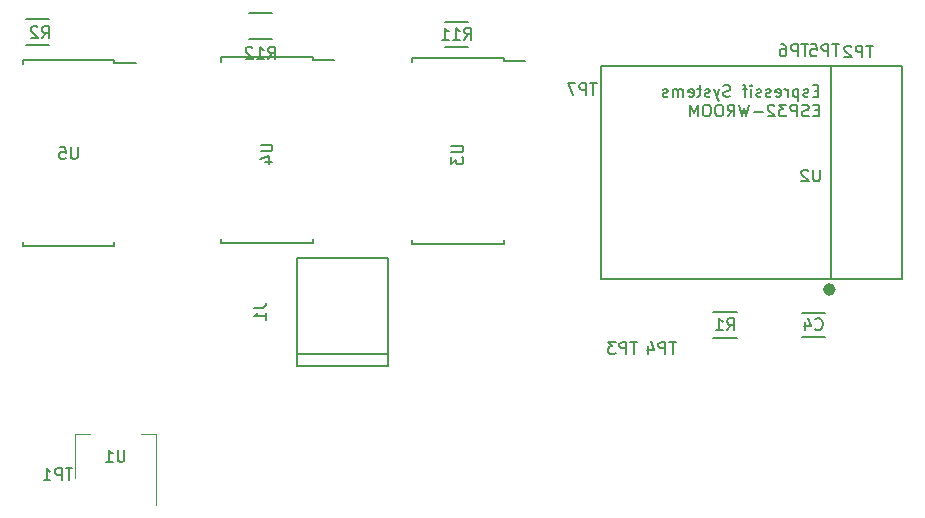
<source format=gbr>
G04 #@! TF.FileFunction,Legend,Bot*
%FSLAX46Y46*%
G04 Gerber Fmt 4.6, Leading zero omitted, Abs format (unit mm)*
G04 Created by KiCad (PCBNEW 4.0.6) date Wednesday, 31 January 2018 'PMt' 21:09:23*
%MOMM*%
%LPD*%
G01*
G04 APERTURE LIST*
%ADD10C,0.100000*%
%ADD11C,0.500000*%
%ADD12C,0.150000*%
%ADD13C,0.120000*%
G04 APERTURE END LIST*
D10*
D11*
X237437981Y-99306000D02*
G75*
G03X237437981Y-99306000I-283981J0D01*
G01*
D12*
X237300000Y-80400000D02*
X237300000Y-98400000D01*
X243300000Y-98400000D02*
X217800000Y-98400000D01*
X243300000Y-80400000D02*
X217800000Y-80400000D01*
X217800000Y-80400000D02*
X217800000Y-98400000D01*
X243300000Y-80400000D02*
X243300000Y-98400000D01*
X227300000Y-103375000D02*
X229300000Y-103375000D01*
X229300000Y-101225000D02*
X227300000Y-101225000D01*
X171100000Y-76425000D02*
X169100000Y-76425000D01*
X169100000Y-78575000D02*
X171100000Y-78575000D01*
D13*
X173290000Y-111540000D02*
X174550000Y-111540000D01*
X180110000Y-111540000D02*
X178850000Y-111540000D01*
X173290000Y-115300000D02*
X173290000Y-111540000D01*
X180110000Y-117550000D02*
X180110000Y-111540000D01*
D12*
X236800000Y-103325000D02*
X234800000Y-103325000D01*
X234800000Y-101275000D02*
X236800000Y-101275000D01*
X206600000Y-76625000D02*
X204600000Y-76625000D01*
X204600000Y-78775000D02*
X206600000Y-78775000D01*
X190000000Y-75925000D02*
X188000000Y-75925000D01*
X188000000Y-78075000D02*
X190000000Y-78075000D01*
X209575000Y-79720000D02*
X209575000Y-79995000D01*
X201825000Y-79720000D02*
X201825000Y-80085000D01*
X201825000Y-95470000D02*
X201825000Y-95105000D01*
X209575000Y-95470000D02*
X209575000Y-95105000D01*
X209575000Y-79720000D02*
X201825000Y-79720000D01*
X209575000Y-95470000D02*
X201825000Y-95470000D01*
X209575000Y-79995000D02*
X211400000Y-79995000D01*
X193425000Y-79640000D02*
X193425000Y-79915000D01*
X185675000Y-79640000D02*
X185675000Y-80005000D01*
X185675000Y-95390000D02*
X185675000Y-95025000D01*
X193425000Y-95390000D02*
X193425000Y-95025000D01*
X193425000Y-79640000D02*
X185675000Y-79640000D01*
X193425000Y-95390000D02*
X185675000Y-95390000D01*
X193425000Y-79915000D02*
X195250000Y-79915000D01*
X199750640Y-104799180D02*
X192049360Y-104799180D01*
X199750640Y-105799940D02*
X192049360Y-105799940D01*
X192049360Y-105799940D02*
X192049360Y-96600060D01*
X192049360Y-96600060D02*
X199750640Y-96600060D01*
X199750640Y-96600060D02*
X199750640Y-105799940D01*
X176625000Y-79875000D02*
X176625000Y-80150000D01*
X168875000Y-79875000D02*
X168875000Y-80240000D01*
X168875000Y-95625000D02*
X168875000Y-95260000D01*
X176625000Y-95625000D02*
X176625000Y-95260000D01*
X176625000Y-79875000D02*
X168875000Y-79875000D01*
X176625000Y-95625000D02*
X168875000Y-95625000D01*
X176625000Y-80150000D02*
X178450000Y-80150000D01*
X236361905Y-89152381D02*
X236361905Y-89961905D01*
X236314286Y-90057143D01*
X236266667Y-90104762D01*
X236171429Y-90152381D01*
X235980952Y-90152381D01*
X235885714Y-90104762D01*
X235838095Y-90057143D01*
X235790476Y-89961905D01*
X235790476Y-89152381D01*
X235361905Y-89247619D02*
X235314286Y-89200000D01*
X235219048Y-89152381D01*
X234980952Y-89152381D01*
X234885714Y-89200000D01*
X234838095Y-89247619D01*
X234790476Y-89342857D01*
X234790476Y-89438095D01*
X234838095Y-89580952D01*
X235409524Y-90152381D01*
X234790476Y-90152381D01*
X236232430Y-82470571D02*
X235899096Y-82470571D01*
X235756239Y-82994381D02*
X236232430Y-82994381D01*
X236232430Y-81994381D01*
X235756239Y-81994381D01*
X235375287Y-82946762D02*
X235280049Y-82994381D01*
X235089573Y-82994381D01*
X234994334Y-82946762D01*
X234946715Y-82851524D01*
X234946715Y-82803905D01*
X234994334Y-82708667D01*
X235089573Y-82661048D01*
X235232430Y-82661048D01*
X235327668Y-82613429D01*
X235375287Y-82518190D01*
X235375287Y-82470571D01*
X235327668Y-82375333D01*
X235232430Y-82327714D01*
X235089573Y-82327714D01*
X234994334Y-82375333D01*
X234518144Y-82327714D02*
X234518144Y-83327714D01*
X234518144Y-82375333D02*
X234422906Y-82327714D01*
X234232429Y-82327714D01*
X234137191Y-82375333D01*
X234089572Y-82422952D01*
X234041953Y-82518190D01*
X234041953Y-82803905D01*
X234089572Y-82899143D01*
X234137191Y-82946762D01*
X234232429Y-82994381D01*
X234422906Y-82994381D01*
X234518144Y-82946762D01*
X233613382Y-82994381D02*
X233613382Y-82327714D01*
X233613382Y-82518190D02*
X233565763Y-82422952D01*
X233518144Y-82375333D01*
X233422906Y-82327714D01*
X233327667Y-82327714D01*
X232613381Y-82946762D02*
X232708619Y-82994381D01*
X232899096Y-82994381D01*
X232994334Y-82946762D01*
X233041953Y-82851524D01*
X233041953Y-82470571D01*
X232994334Y-82375333D01*
X232899096Y-82327714D01*
X232708619Y-82327714D01*
X232613381Y-82375333D01*
X232565762Y-82470571D01*
X232565762Y-82565810D01*
X233041953Y-82661048D01*
X232184810Y-82946762D02*
X232089572Y-82994381D01*
X231899096Y-82994381D01*
X231803857Y-82946762D01*
X231756238Y-82851524D01*
X231756238Y-82803905D01*
X231803857Y-82708667D01*
X231899096Y-82661048D01*
X232041953Y-82661048D01*
X232137191Y-82613429D01*
X232184810Y-82518190D01*
X232184810Y-82470571D01*
X232137191Y-82375333D01*
X232041953Y-82327714D01*
X231899096Y-82327714D01*
X231803857Y-82375333D01*
X231375286Y-82946762D02*
X231280048Y-82994381D01*
X231089572Y-82994381D01*
X230994333Y-82946762D01*
X230946714Y-82851524D01*
X230946714Y-82803905D01*
X230994333Y-82708667D01*
X231089572Y-82661048D01*
X231232429Y-82661048D01*
X231327667Y-82613429D01*
X231375286Y-82518190D01*
X231375286Y-82470571D01*
X231327667Y-82375333D01*
X231232429Y-82327714D01*
X231089572Y-82327714D01*
X230994333Y-82375333D01*
X230518143Y-82994381D02*
X230518143Y-82327714D01*
X230518143Y-81994381D02*
X230565762Y-82042000D01*
X230518143Y-82089619D01*
X230470524Y-82042000D01*
X230518143Y-81994381D01*
X230518143Y-82089619D01*
X230184810Y-82327714D02*
X229803858Y-82327714D01*
X230041953Y-82994381D02*
X230041953Y-82137238D01*
X229994334Y-82042000D01*
X229899096Y-81994381D01*
X229803858Y-81994381D01*
X228756238Y-82946762D02*
X228613381Y-82994381D01*
X228375285Y-82994381D01*
X228280047Y-82946762D01*
X228232428Y-82899143D01*
X228184809Y-82803905D01*
X228184809Y-82708667D01*
X228232428Y-82613429D01*
X228280047Y-82565810D01*
X228375285Y-82518190D01*
X228565762Y-82470571D01*
X228661000Y-82422952D01*
X228708619Y-82375333D01*
X228756238Y-82280095D01*
X228756238Y-82184857D01*
X228708619Y-82089619D01*
X228661000Y-82042000D01*
X228565762Y-81994381D01*
X228327666Y-81994381D01*
X228184809Y-82042000D01*
X227851476Y-82327714D02*
X227613381Y-82994381D01*
X227375285Y-82327714D02*
X227613381Y-82994381D01*
X227708619Y-83232476D01*
X227756238Y-83280095D01*
X227851476Y-83327714D01*
X227041952Y-82946762D02*
X226946714Y-82994381D01*
X226756238Y-82994381D01*
X226660999Y-82946762D01*
X226613380Y-82851524D01*
X226613380Y-82803905D01*
X226660999Y-82708667D01*
X226756238Y-82661048D01*
X226899095Y-82661048D01*
X226994333Y-82613429D01*
X227041952Y-82518190D01*
X227041952Y-82470571D01*
X226994333Y-82375333D01*
X226899095Y-82327714D01*
X226756238Y-82327714D01*
X226660999Y-82375333D01*
X226327666Y-82327714D02*
X225946714Y-82327714D01*
X226184809Y-81994381D02*
X226184809Y-82851524D01*
X226137190Y-82946762D01*
X226041952Y-82994381D01*
X225946714Y-82994381D01*
X225232427Y-82946762D02*
X225327665Y-82994381D01*
X225518142Y-82994381D01*
X225613380Y-82946762D01*
X225660999Y-82851524D01*
X225660999Y-82470571D01*
X225613380Y-82375333D01*
X225518142Y-82327714D01*
X225327665Y-82327714D01*
X225232427Y-82375333D01*
X225184808Y-82470571D01*
X225184808Y-82565810D01*
X225660999Y-82661048D01*
X224756237Y-82994381D02*
X224756237Y-82327714D01*
X224756237Y-82422952D02*
X224708618Y-82375333D01*
X224613380Y-82327714D01*
X224470522Y-82327714D01*
X224375284Y-82375333D01*
X224327665Y-82470571D01*
X224327665Y-82994381D01*
X224327665Y-82470571D02*
X224280046Y-82375333D01*
X224184808Y-82327714D01*
X224041951Y-82327714D01*
X223946713Y-82375333D01*
X223899094Y-82470571D01*
X223899094Y-82994381D01*
X223470523Y-82946762D02*
X223375285Y-82994381D01*
X223184809Y-82994381D01*
X223089570Y-82946762D01*
X223041951Y-82851524D01*
X223041951Y-82803905D01*
X223089570Y-82708667D01*
X223184809Y-82661048D01*
X223327666Y-82661048D01*
X223422904Y-82613429D01*
X223470523Y-82518190D01*
X223470523Y-82470571D01*
X223422904Y-82375333D01*
X223327666Y-82327714D01*
X223184809Y-82327714D01*
X223089570Y-82375333D01*
X236256381Y-84121571D02*
X235923047Y-84121571D01*
X235780190Y-84645381D02*
X236256381Y-84645381D01*
X236256381Y-83645381D01*
X235780190Y-83645381D01*
X235399238Y-84597762D02*
X235256381Y-84645381D01*
X235018285Y-84645381D01*
X234923047Y-84597762D01*
X234875428Y-84550143D01*
X234827809Y-84454905D01*
X234827809Y-84359667D01*
X234875428Y-84264429D01*
X234923047Y-84216810D01*
X235018285Y-84169190D01*
X235208762Y-84121571D01*
X235304000Y-84073952D01*
X235351619Y-84026333D01*
X235399238Y-83931095D01*
X235399238Y-83835857D01*
X235351619Y-83740619D01*
X235304000Y-83693000D01*
X235208762Y-83645381D01*
X234970666Y-83645381D01*
X234827809Y-83693000D01*
X234399238Y-84645381D02*
X234399238Y-83645381D01*
X234018285Y-83645381D01*
X233923047Y-83693000D01*
X233875428Y-83740619D01*
X233827809Y-83835857D01*
X233827809Y-83978714D01*
X233875428Y-84073952D01*
X233923047Y-84121571D01*
X234018285Y-84169190D01*
X234399238Y-84169190D01*
X233494476Y-83645381D02*
X232875428Y-83645381D01*
X233208762Y-84026333D01*
X233065904Y-84026333D01*
X232970666Y-84073952D01*
X232923047Y-84121571D01*
X232875428Y-84216810D01*
X232875428Y-84454905D01*
X232923047Y-84550143D01*
X232970666Y-84597762D01*
X233065904Y-84645381D01*
X233351619Y-84645381D01*
X233446857Y-84597762D01*
X233494476Y-84550143D01*
X232494476Y-83740619D02*
X232446857Y-83693000D01*
X232351619Y-83645381D01*
X232113523Y-83645381D01*
X232018285Y-83693000D01*
X231970666Y-83740619D01*
X231923047Y-83835857D01*
X231923047Y-83931095D01*
X231970666Y-84073952D01*
X232542095Y-84645381D01*
X231923047Y-84645381D01*
X231494476Y-84264429D02*
X230732571Y-84264429D01*
X230351619Y-83645381D02*
X230113524Y-84645381D01*
X229923047Y-83931095D01*
X229732571Y-84645381D01*
X229494476Y-83645381D01*
X228542095Y-84645381D02*
X228875429Y-84169190D01*
X229113524Y-84645381D02*
X229113524Y-83645381D01*
X228732571Y-83645381D01*
X228637333Y-83693000D01*
X228589714Y-83740619D01*
X228542095Y-83835857D01*
X228542095Y-83978714D01*
X228589714Y-84073952D01*
X228637333Y-84121571D01*
X228732571Y-84169190D01*
X229113524Y-84169190D01*
X227923048Y-83645381D02*
X227732571Y-83645381D01*
X227637333Y-83693000D01*
X227542095Y-83788238D01*
X227494476Y-83978714D01*
X227494476Y-84312048D01*
X227542095Y-84502524D01*
X227637333Y-84597762D01*
X227732571Y-84645381D01*
X227923048Y-84645381D01*
X228018286Y-84597762D01*
X228113524Y-84502524D01*
X228161143Y-84312048D01*
X228161143Y-83978714D01*
X228113524Y-83788238D01*
X228018286Y-83693000D01*
X227923048Y-83645381D01*
X226875429Y-83645381D02*
X226684952Y-83645381D01*
X226589714Y-83693000D01*
X226494476Y-83788238D01*
X226446857Y-83978714D01*
X226446857Y-84312048D01*
X226494476Y-84502524D01*
X226589714Y-84597762D01*
X226684952Y-84645381D01*
X226875429Y-84645381D01*
X226970667Y-84597762D01*
X227065905Y-84502524D01*
X227113524Y-84312048D01*
X227113524Y-83978714D01*
X227065905Y-83788238D01*
X226970667Y-83693000D01*
X226875429Y-83645381D01*
X226018286Y-84645381D02*
X226018286Y-83645381D01*
X225684952Y-84359667D01*
X225351619Y-83645381D01*
X225351619Y-84645381D01*
X228501666Y-102752381D02*
X228835000Y-102276190D01*
X229073095Y-102752381D02*
X229073095Y-101752381D01*
X228692142Y-101752381D01*
X228596904Y-101800000D01*
X228549285Y-101847619D01*
X228501666Y-101942857D01*
X228501666Y-102085714D01*
X228549285Y-102180952D01*
X228596904Y-102228571D01*
X228692142Y-102276190D01*
X229073095Y-102276190D01*
X227549285Y-102752381D02*
X228120714Y-102752381D01*
X227835000Y-102752381D02*
X227835000Y-101752381D01*
X227930238Y-101895238D01*
X228025476Y-101990476D01*
X228120714Y-102038095D01*
X170481666Y-78027381D02*
X170815000Y-77551190D01*
X171053095Y-78027381D02*
X171053095Y-77027381D01*
X170672142Y-77027381D01*
X170576904Y-77075000D01*
X170529285Y-77122619D01*
X170481666Y-77217857D01*
X170481666Y-77360714D01*
X170529285Y-77455952D01*
X170576904Y-77503571D01*
X170672142Y-77551190D01*
X171053095Y-77551190D01*
X170100714Y-77122619D02*
X170053095Y-77075000D01*
X169957857Y-77027381D01*
X169719761Y-77027381D01*
X169624523Y-77075000D01*
X169576904Y-77122619D01*
X169529285Y-77217857D01*
X169529285Y-77313095D01*
X169576904Y-77455952D01*
X170148333Y-78027381D01*
X169529285Y-78027381D01*
X177461905Y-112902381D02*
X177461905Y-113711905D01*
X177414286Y-113807143D01*
X177366667Y-113854762D01*
X177271429Y-113902381D01*
X177080952Y-113902381D01*
X176985714Y-113854762D01*
X176938095Y-113807143D01*
X176890476Y-113711905D01*
X176890476Y-112902381D01*
X175890476Y-113902381D02*
X176461905Y-113902381D01*
X176176191Y-113902381D02*
X176176191Y-112902381D01*
X176271429Y-113045238D01*
X176366667Y-113140476D01*
X176461905Y-113188095D01*
X235966666Y-102657143D02*
X236014285Y-102704762D01*
X236157142Y-102752381D01*
X236252380Y-102752381D01*
X236395238Y-102704762D01*
X236490476Y-102609524D01*
X236538095Y-102514286D01*
X236585714Y-102323810D01*
X236585714Y-102180952D01*
X236538095Y-101990476D01*
X236490476Y-101895238D01*
X236395238Y-101800000D01*
X236252380Y-101752381D01*
X236157142Y-101752381D01*
X236014285Y-101800000D01*
X235966666Y-101847619D01*
X235109523Y-102085714D02*
X235109523Y-102752381D01*
X235347619Y-101704762D02*
X235585714Y-102419048D01*
X234966666Y-102419048D01*
X206242857Y-78152381D02*
X206576191Y-77676190D01*
X206814286Y-78152381D02*
X206814286Y-77152381D01*
X206433333Y-77152381D01*
X206338095Y-77200000D01*
X206290476Y-77247619D01*
X206242857Y-77342857D01*
X206242857Y-77485714D01*
X206290476Y-77580952D01*
X206338095Y-77628571D01*
X206433333Y-77676190D01*
X206814286Y-77676190D01*
X205290476Y-78152381D02*
X205861905Y-78152381D01*
X205576191Y-78152381D02*
X205576191Y-77152381D01*
X205671429Y-77295238D01*
X205766667Y-77390476D01*
X205861905Y-77438095D01*
X204338095Y-78152381D02*
X204909524Y-78152381D01*
X204623810Y-78152381D02*
X204623810Y-77152381D01*
X204719048Y-77295238D01*
X204814286Y-77390476D01*
X204909524Y-77438095D01*
X189642857Y-79752381D02*
X189976191Y-79276190D01*
X190214286Y-79752381D02*
X190214286Y-78752381D01*
X189833333Y-78752381D01*
X189738095Y-78800000D01*
X189690476Y-78847619D01*
X189642857Y-78942857D01*
X189642857Y-79085714D01*
X189690476Y-79180952D01*
X189738095Y-79228571D01*
X189833333Y-79276190D01*
X190214286Y-79276190D01*
X188690476Y-79752381D02*
X189261905Y-79752381D01*
X188976191Y-79752381D02*
X188976191Y-78752381D01*
X189071429Y-78895238D01*
X189166667Y-78990476D01*
X189261905Y-79038095D01*
X188309524Y-78847619D02*
X188261905Y-78800000D01*
X188166667Y-78752381D01*
X187928571Y-78752381D01*
X187833333Y-78800000D01*
X187785714Y-78847619D01*
X187738095Y-78942857D01*
X187738095Y-79038095D01*
X187785714Y-79180952D01*
X188357143Y-79752381D01*
X187738095Y-79752381D01*
X205152381Y-87118095D02*
X205961905Y-87118095D01*
X206057143Y-87165714D01*
X206104762Y-87213333D01*
X206152381Y-87308571D01*
X206152381Y-87499048D01*
X206104762Y-87594286D01*
X206057143Y-87641905D01*
X205961905Y-87689524D01*
X205152381Y-87689524D01*
X205152381Y-88070476D02*
X205152381Y-88689524D01*
X205533333Y-88356190D01*
X205533333Y-88499048D01*
X205580952Y-88594286D01*
X205628571Y-88641905D01*
X205723810Y-88689524D01*
X205961905Y-88689524D01*
X206057143Y-88641905D01*
X206104762Y-88594286D01*
X206152381Y-88499048D01*
X206152381Y-88213333D01*
X206104762Y-88118095D01*
X206057143Y-88070476D01*
X189002381Y-87038095D02*
X189811905Y-87038095D01*
X189907143Y-87085714D01*
X189954762Y-87133333D01*
X190002381Y-87228571D01*
X190002381Y-87419048D01*
X189954762Y-87514286D01*
X189907143Y-87561905D01*
X189811905Y-87609524D01*
X189002381Y-87609524D01*
X189335714Y-88514286D02*
X190002381Y-88514286D01*
X188954762Y-88276190D02*
X189669048Y-88038095D01*
X189669048Y-88657143D01*
X188451201Y-100866667D02*
X189165487Y-100866667D01*
X189308344Y-100819047D01*
X189403582Y-100723809D01*
X189451201Y-100580952D01*
X189451201Y-100485714D01*
X189451201Y-101866667D02*
X189451201Y-101295238D01*
X189451201Y-101580952D02*
X188451201Y-101580952D01*
X188594058Y-101485714D01*
X188689296Y-101390476D01*
X188736915Y-101295238D01*
X173511905Y-87252381D02*
X173511905Y-88061905D01*
X173464286Y-88157143D01*
X173416667Y-88204762D01*
X173321429Y-88252381D01*
X173130952Y-88252381D01*
X173035714Y-88204762D01*
X172988095Y-88157143D01*
X172940476Y-88061905D01*
X172940476Y-87252381D01*
X171988095Y-87252381D02*
X172464286Y-87252381D01*
X172511905Y-87728571D01*
X172464286Y-87680952D01*
X172369048Y-87633333D01*
X172130952Y-87633333D01*
X172035714Y-87680952D01*
X171988095Y-87728571D01*
X171940476Y-87823810D01*
X171940476Y-88061905D01*
X171988095Y-88157143D01*
X172035714Y-88204762D01*
X172130952Y-88252381D01*
X172369048Y-88252381D01*
X172464286Y-88204762D01*
X172511905Y-88157143D01*
X173061905Y-114452381D02*
X172490476Y-114452381D01*
X172776191Y-115452381D02*
X172776191Y-114452381D01*
X172157143Y-115452381D02*
X172157143Y-114452381D01*
X171776190Y-114452381D01*
X171680952Y-114500000D01*
X171633333Y-114547619D01*
X171585714Y-114642857D01*
X171585714Y-114785714D01*
X171633333Y-114880952D01*
X171680952Y-114928571D01*
X171776190Y-114976190D01*
X172157143Y-114976190D01*
X170633333Y-115452381D02*
X171204762Y-115452381D01*
X170919048Y-115452381D02*
X170919048Y-114452381D01*
X171014286Y-114595238D01*
X171109524Y-114690476D01*
X171204762Y-114738095D01*
X240861905Y-78652381D02*
X240290476Y-78652381D01*
X240576191Y-79652381D02*
X240576191Y-78652381D01*
X239957143Y-79652381D02*
X239957143Y-78652381D01*
X239576190Y-78652381D01*
X239480952Y-78700000D01*
X239433333Y-78747619D01*
X239385714Y-78842857D01*
X239385714Y-78985714D01*
X239433333Y-79080952D01*
X239480952Y-79128571D01*
X239576190Y-79176190D01*
X239957143Y-79176190D01*
X239004762Y-78747619D02*
X238957143Y-78700000D01*
X238861905Y-78652381D01*
X238623809Y-78652381D01*
X238528571Y-78700000D01*
X238480952Y-78747619D01*
X238433333Y-78842857D01*
X238433333Y-78938095D01*
X238480952Y-79080952D01*
X239052381Y-79652381D01*
X238433333Y-79652381D01*
X220861905Y-103752381D02*
X220290476Y-103752381D01*
X220576191Y-104752381D02*
X220576191Y-103752381D01*
X219957143Y-104752381D02*
X219957143Y-103752381D01*
X219576190Y-103752381D01*
X219480952Y-103800000D01*
X219433333Y-103847619D01*
X219385714Y-103942857D01*
X219385714Y-104085714D01*
X219433333Y-104180952D01*
X219480952Y-104228571D01*
X219576190Y-104276190D01*
X219957143Y-104276190D01*
X219052381Y-103752381D02*
X218433333Y-103752381D01*
X218766667Y-104133333D01*
X218623809Y-104133333D01*
X218528571Y-104180952D01*
X218480952Y-104228571D01*
X218433333Y-104323810D01*
X218433333Y-104561905D01*
X218480952Y-104657143D01*
X218528571Y-104704762D01*
X218623809Y-104752381D01*
X218909524Y-104752381D01*
X219004762Y-104704762D01*
X219052381Y-104657143D01*
X224161905Y-103752381D02*
X223590476Y-103752381D01*
X223876191Y-104752381D02*
X223876191Y-103752381D01*
X223257143Y-104752381D02*
X223257143Y-103752381D01*
X222876190Y-103752381D01*
X222780952Y-103800000D01*
X222733333Y-103847619D01*
X222685714Y-103942857D01*
X222685714Y-104085714D01*
X222733333Y-104180952D01*
X222780952Y-104228571D01*
X222876190Y-104276190D01*
X223257143Y-104276190D01*
X221828571Y-104085714D02*
X221828571Y-104752381D01*
X222066667Y-103704762D02*
X222304762Y-104419048D01*
X221685714Y-104419048D01*
X237961905Y-78552381D02*
X237390476Y-78552381D01*
X237676191Y-79552381D02*
X237676191Y-78552381D01*
X237057143Y-79552381D02*
X237057143Y-78552381D01*
X236676190Y-78552381D01*
X236580952Y-78600000D01*
X236533333Y-78647619D01*
X236485714Y-78742857D01*
X236485714Y-78885714D01*
X236533333Y-78980952D01*
X236580952Y-79028571D01*
X236676190Y-79076190D01*
X237057143Y-79076190D01*
X235580952Y-78552381D02*
X236057143Y-78552381D01*
X236104762Y-79028571D01*
X236057143Y-78980952D01*
X235961905Y-78933333D01*
X235723809Y-78933333D01*
X235628571Y-78980952D01*
X235580952Y-79028571D01*
X235533333Y-79123810D01*
X235533333Y-79361905D01*
X235580952Y-79457143D01*
X235628571Y-79504762D01*
X235723809Y-79552381D01*
X235961905Y-79552381D01*
X236057143Y-79504762D01*
X236104762Y-79457143D01*
X235361905Y-78552381D02*
X234790476Y-78552381D01*
X235076191Y-79552381D02*
X235076191Y-78552381D01*
X234457143Y-79552381D02*
X234457143Y-78552381D01*
X234076190Y-78552381D01*
X233980952Y-78600000D01*
X233933333Y-78647619D01*
X233885714Y-78742857D01*
X233885714Y-78885714D01*
X233933333Y-78980952D01*
X233980952Y-79028571D01*
X234076190Y-79076190D01*
X234457143Y-79076190D01*
X233028571Y-78552381D02*
X233219048Y-78552381D01*
X233314286Y-78600000D01*
X233361905Y-78647619D01*
X233457143Y-78790476D01*
X233504762Y-78980952D01*
X233504762Y-79361905D01*
X233457143Y-79457143D01*
X233409524Y-79504762D01*
X233314286Y-79552381D01*
X233123809Y-79552381D01*
X233028571Y-79504762D01*
X232980952Y-79457143D01*
X232933333Y-79361905D01*
X232933333Y-79123810D01*
X232980952Y-79028571D01*
X233028571Y-78980952D01*
X233123809Y-78933333D01*
X233314286Y-78933333D01*
X233409524Y-78980952D01*
X233457143Y-79028571D01*
X233504762Y-79123810D01*
X217461905Y-81852381D02*
X216890476Y-81852381D01*
X217176191Y-82852381D02*
X217176191Y-81852381D01*
X216557143Y-82852381D02*
X216557143Y-81852381D01*
X216176190Y-81852381D01*
X216080952Y-81900000D01*
X216033333Y-81947619D01*
X215985714Y-82042857D01*
X215985714Y-82185714D01*
X216033333Y-82280952D01*
X216080952Y-82328571D01*
X216176190Y-82376190D01*
X216557143Y-82376190D01*
X215652381Y-81852381D02*
X214985714Y-81852381D01*
X215414286Y-82852381D01*
M02*

</source>
